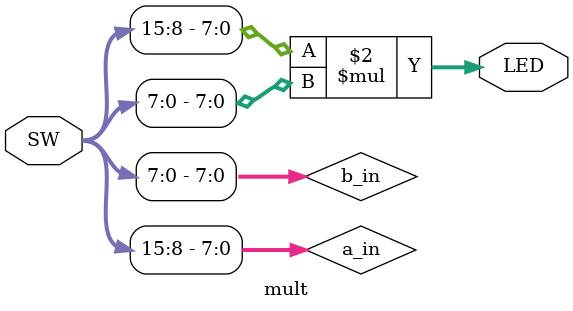
<source format=sv>
`timescale 1ns/10ps

module mult #(parameter BITS = 16) (
  input  wire  [BITS-1:0]        SW,
  output logic signed [BITS-1:0] LED
);
  logic signed [BITS/2-1:0] a_in;
  logic signed [BITS/2-1:0] b_in;

  always_comb begin
    { a_in, b_in } = SW;
    LED = a_in * b_in;
  end

endmodule // mult

</source>
